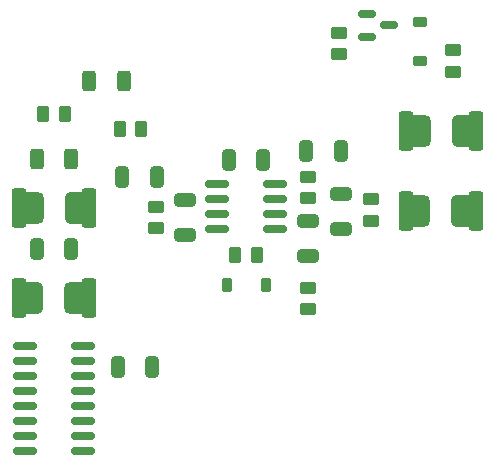
<source format=gtp>
%TF.GenerationSoftware,KiCad,Pcbnew,8.0.6*%
%TF.CreationDate,2024-11-19T20:08:15+01:00*%
%TF.ProjectId,3458A Ref A9 Clone,33343538-4120-4526-9566-20413920436c,rev?*%
%TF.SameCoordinates,Original*%
%TF.FileFunction,Paste,Top*%
%TF.FilePolarity,Positive*%
%FSLAX46Y46*%
G04 Gerber Fmt 4.6, Leading zero omitted, Abs format (unit mm)*
G04 Created by KiCad (PCBNEW 8.0.6) date 2024-11-19 20:08:15*
%MOMM*%
%LPD*%
G01*
G04 APERTURE LIST*
G04 Aperture macros list*
%AMRoundRect*
0 Rectangle with rounded corners*
0 $1 Rounding radius*
0 $2 $3 $4 $5 $6 $7 $8 $9 X,Y pos of 4 corners*
0 Add a 4 corners polygon primitive as box body*
4,1,4,$2,$3,$4,$5,$6,$7,$8,$9,$2,$3,0*
0 Add four circle primitives for the rounded corners*
1,1,$1+$1,$2,$3*
1,1,$1+$1,$4,$5*
1,1,$1+$1,$6,$7*
1,1,$1+$1,$8,$9*
0 Add four rect primitives between the rounded corners*
20,1,$1+$1,$2,$3,$4,$5,0*
20,1,$1+$1,$4,$5,$6,$7,0*
20,1,$1+$1,$6,$7,$8,$9,0*
20,1,$1+$1,$8,$9,$2,$3,0*%
G04 Aperture macros list end*
%ADD10RoundRect,0.250000X-0.362500X-1.425000X0.362500X-1.425000X0.362500X1.425000X-0.362500X1.425000X0*%
%ADD11RoundRect,0.405613X-0.588137X-0.919387X0.588137X-0.919387X0.588137X0.919387X-0.588137X0.919387X0*%
%ADD12RoundRect,0.420919X-0.610331X-0.904081X0.610331X-0.904081X0.610331X0.904081X-0.610331X0.904081X0*%
%ADD13RoundRect,0.250000X0.362500X1.425000X-0.362500X1.425000X-0.362500X-1.425000X0.362500X-1.425000X0*%
%ADD14RoundRect,0.405613X0.588137X0.919387X-0.588137X0.919387X-0.588137X-0.919387X0.588137X-0.919387X0*%
%ADD15RoundRect,0.420919X0.610331X0.904081X-0.610331X0.904081X-0.610331X-0.904081X0.610331X-0.904081X0*%
%ADD16RoundRect,0.150000X0.825000X0.150000X-0.825000X0.150000X-0.825000X-0.150000X0.825000X-0.150000X0*%
%ADD17RoundRect,0.225000X-0.375000X0.225000X-0.375000X-0.225000X0.375000X-0.225000X0.375000X0.225000X0*%
%ADD18RoundRect,0.250000X0.262500X0.450000X-0.262500X0.450000X-0.262500X-0.450000X0.262500X-0.450000X0*%
%ADD19RoundRect,0.250000X-0.450000X0.262500X-0.450000X-0.262500X0.450000X-0.262500X0.450000X0.262500X0*%
%ADD20RoundRect,0.250000X-0.650000X0.325000X-0.650000X-0.325000X0.650000X-0.325000X0.650000X0.325000X0*%
%ADD21RoundRect,0.250000X-0.262500X-0.450000X0.262500X-0.450000X0.262500X0.450000X-0.262500X0.450000X0*%
%ADD22RoundRect,0.250000X0.650000X-0.325000X0.650000X0.325000X-0.650000X0.325000X-0.650000X-0.325000X0*%
%ADD23RoundRect,0.150000X-0.825000X-0.150000X0.825000X-0.150000X0.825000X0.150000X-0.825000X0.150000X0*%
%ADD24RoundRect,0.250000X-0.312500X-0.625000X0.312500X-0.625000X0.312500X0.625000X-0.312500X0.625000X0*%
%ADD25RoundRect,0.250000X-0.325000X-0.650000X0.325000X-0.650000X0.325000X0.650000X-0.325000X0.650000X0*%
%ADD26RoundRect,0.250000X0.325000X0.650000X-0.325000X0.650000X-0.325000X-0.650000X0.325000X-0.650000X0*%
%ADD27RoundRect,0.225000X0.225000X0.375000X-0.225000X0.375000X-0.225000X-0.375000X0.225000X-0.375000X0*%
%ADD28RoundRect,0.250000X0.450000X-0.262500X0.450000X0.262500X-0.450000X0.262500X-0.450000X-0.262500X0*%
%ADD29RoundRect,0.150000X-0.587500X-0.150000X0.587500X-0.150000X0.587500X0.150000X-0.587500X0.150000X0*%
G04 APERTURE END LIST*
D10*
%TO.C,R3*%
X166709500Y-111252000D03*
D11*
X167740750Y-111252000D03*
D12*
X171565750Y-111252000D03*
D10*
X172634500Y-111252000D03*
%TD*%
%TO.C,R415*%
X139893900Y-110998000D03*
D12*
X138861800Y-110998000D03*
D11*
X135036800Y-110998000D03*
D10*
X133968900Y-110998000D03*
%TD*%
%TO.C,R413*%
X172634500Y-104444800D03*
D12*
X171602400Y-104444800D03*
D11*
X167777400Y-104444800D03*
D10*
X166709500Y-104444800D03*
%TD*%
D13*
%TO.C,R414*%
X139868500Y-118618000D03*
D14*
X138800600Y-118618000D03*
D15*
X134975600Y-118618000D03*
D13*
X133943500Y-118618000D03*
%TD*%
D16*
%TO.C,U402*%
X155637000Y-112776000D03*
X155637000Y-111506000D03*
X155637000Y-110236000D03*
X155637000Y-108966000D03*
X150687000Y-108966000D03*
X150687000Y-110236000D03*
X150687000Y-111506000D03*
X150687000Y-112776000D03*
%TD*%
D17*
%TO.C,D401*%
X167894000Y-95251000D03*
X167894000Y-98551000D03*
%TD*%
D18*
%TO.C,R416*%
X154074500Y-114935000D03*
X152249500Y-114935000D03*
%TD*%
D19*
%TO.C,R1*%
X145542000Y-110847500D03*
X145542000Y-112672500D03*
%TD*%
D20*
%TO.C,C412*%
X161163000Y-109776999D03*
X161163000Y-112727001D03*
%TD*%
D21*
%TO.C,R5*%
X135993500Y-102997000D03*
X137818500Y-102997000D03*
%TD*%
D22*
%TO.C,C1*%
X158369000Y-115013001D03*
X158369000Y-112062999D03*
%TD*%
D18*
%TO.C,R6*%
X144295500Y-104267000D03*
X142470500Y-104267000D03*
%TD*%
D23*
%TO.C,RN1*%
X134431000Y-122682000D03*
X134431000Y-123952000D03*
X134431000Y-125222000D03*
X134431000Y-126492000D03*
X134431000Y-127762000D03*
X134431000Y-129032000D03*
X134431000Y-130302000D03*
X134431000Y-131572000D03*
X139381000Y-131572000D03*
X139381000Y-130302000D03*
X139381000Y-129032000D03*
X139381000Y-127762000D03*
X139381000Y-126492000D03*
X139381000Y-125222000D03*
X139381000Y-123952000D03*
X139381000Y-122682000D03*
%TD*%
D24*
%TO.C,R2*%
X138368500Y-106807000D03*
X135443500Y-106807000D03*
%TD*%
D19*
%TO.C,R417*%
X158369000Y-117705500D03*
X158369000Y-119530500D03*
%TD*%
D24*
%TO.C,R419*%
X139888500Y-100203000D03*
X142813500Y-100203000D03*
%TD*%
D20*
%TO.C,C3*%
X147955000Y-110284999D03*
X147955000Y-113235001D03*
%TD*%
D25*
%TO.C,C413*%
X151686999Y-106934000D03*
X154637001Y-106934000D03*
%TD*%
D26*
%TO.C,C414*%
X161163000Y-106172000D03*
X158212998Y-106172000D03*
%TD*%
D27*
%TO.C,D400*%
X154812000Y-117475000D03*
X151512000Y-117475000D03*
%TD*%
D28*
%TO.C,R421*%
X161036000Y-97940500D03*
X161036000Y-96115500D03*
%TD*%
%TO.C,R420*%
X163703000Y-112037500D03*
X163703000Y-110212500D03*
%TD*%
%TO.C,R4*%
X158369000Y-110132500D03*
X158369000Y-108307500D03*
%TD*%
D26*
%TO.C,C411*%
X145620001Y-108331000D03*
X142669999Y-108331000D03*
%TD*%
D19*
%TO.C,R418*%
X170688000Y-97616000D03*
X170688000Y-99441000D03*
%TD*%
D29*
%TO.C,Q1*%
X163400500Y-94554000D03*
X163400500Y-96454000D03*
X165275501Y-95504000D03*
%TD*%
D25*
%TO.C,C4*%
X145239001Y-124460000D03*
X142288999Y-124460000D03*
%TD*%
D26*
%TO.C,C5*%
X138381001Y-114427000D03*
X135430999Y-114427000D03*
%TD*%
M02*

</source>
